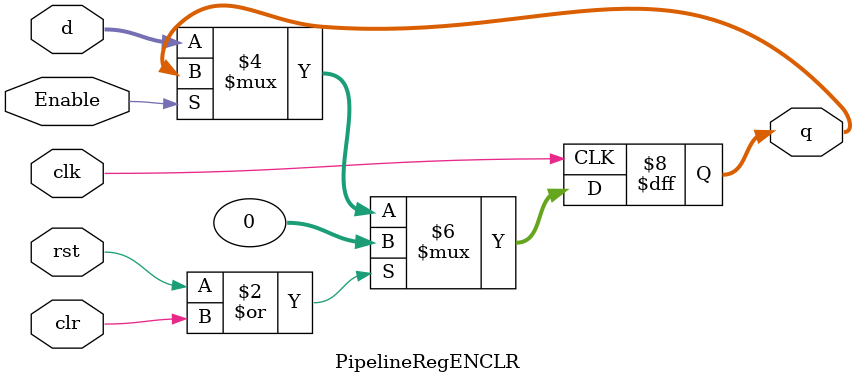
<source format=v>
module PipelineRegENCLR #(
    parameter WIDTH = 32
)(
    input wire clk,
    input wire rst,clr,Enable,
    input wire [WIDTH-1:0] d,
    output reg [WIDTH-1:0] q
);
    always @(posedge clk) begin
        if (rst|clr) begin
            q <= 0;
        end else begin
            q <= ~Enable ? d : q;
        end
    end


endmodule
</source>
